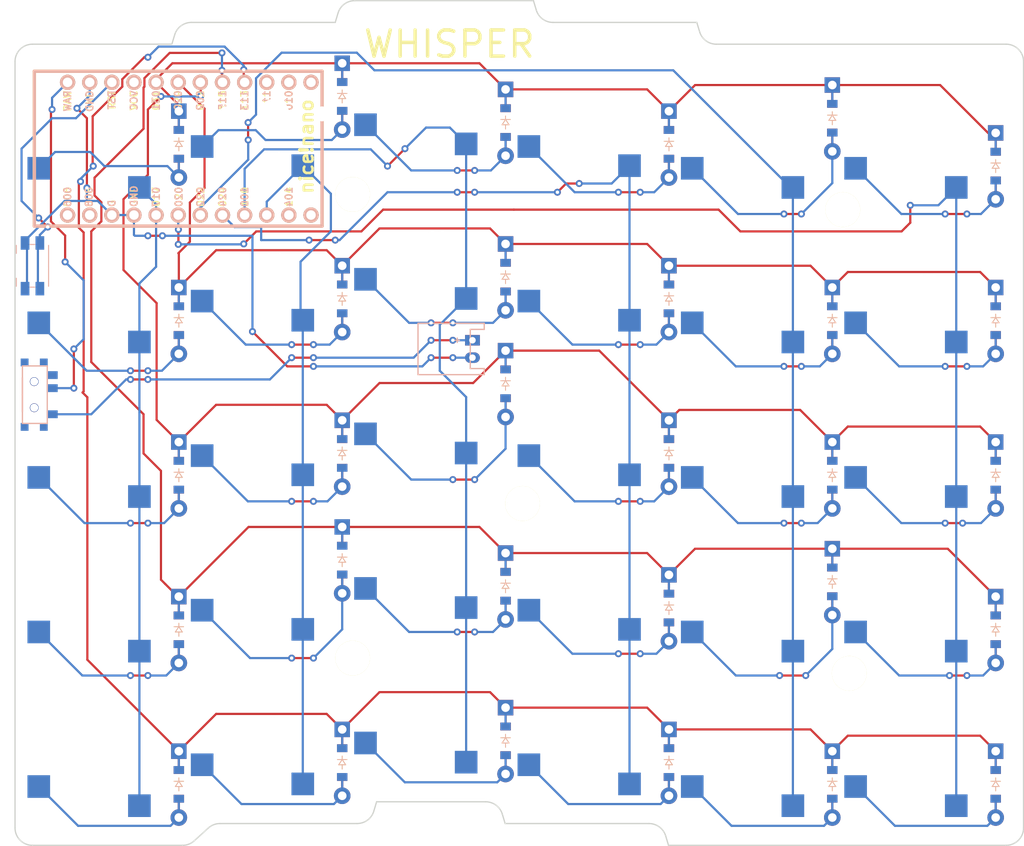
<source format=kicad_pcb>
(kicad_pcb (version 20240108) (generator "pcbnew") (generator_version "8.0")
  (title_block (title "right") (rev "v1.0.0") (company "Unknown"))
  (layers (0 "F.Cu" signal) (31 "B.Cu" signal) (34 "B.Paste" user) (35 "F.Paste" user) (36 "B.SilkS" user "B.Silkscreen") (37 "F.SilkS" user "F.Silkscreen") (38 "B.Mask" user) (39 "F.Mask" user) (44 "Edge.Cuts" user))
  (net 0 "")
  (net 1 "P020")
  (net 2 "mirror_first_mod")
  (net 3 "mirror_first_bottom")
  (net 4 "mirror_first_home")
  (net 5 "mirror_first_top")
  (net 6 "mirror_first_num")
  (net 7 "P022")
  (net 8 "mirror_second_mod")
  (net 9 "mirror_second_bottom")
  (net 10 "mirror_second_home")
  (net 11 "mirror_second_top")
  (net 12 "mirror_second_num")
  (net 13 "P024")
  (net 14 "mirror_third_mod")
  (net 15 "mirror_third_bottom")
  (net 16 "mirror_third_home")
  (net 17 "mirror_third_top")
  (net 18 "mirror_third_num")
  (net 19 "P100")
  (net 20 "mirror_fourth_mod")
  (net 21 "mirror_fourth_bottom")
  (net 22 "mirror_fourth_home")
  (net 23 "mirror_fourth_top")
  (net 24 "mirror_fourth_num")
  (net 25 "P011")
  (net 26 "mirror_fifth_mod")
  (net 27 "mirror_fifth_bottom")
  (net 28 "mirror_fifth_home")
  (net 29 "mirror_fifth_top")
  (net 30 "mirror_fifth_num")
  (net 31 "P017")
  (net 32 "mirror_sixth_mod")
  (net 33 "mirror_sixth_bottom")
  (net 34 "mirror_sixth_home")
  (net 35 "mirror_sixth_top")
  (net 36 "mirror_sixth_num")
  (net 37 "P113")
  (net 38 "P115")
  (net 39 "P002")
  (net 40 "P029")
  (net 41 "P031")
  (net 42 "RAW")
  (net 43 "GND")
  (net 44 "RST")
  (net 45 "VCC")
  (net 46 "P111")
  (net 47 "P010")
  (net 48 "P009")
  (net 49 "P006")
  (net 50 "P008")
  (net 51 "P104")
  (net 52 "P106")
  (net 53 "pos")
  (footprint "E73:SPDT_C128955" (layer "F.Cu") (at 244.95 108.75 90)
    (property "Reference" "T1" (hide yes))
    (property "Value" "" (hide yes))
  )
  (footprint "PG1350" (layer "F.Cu") (at 347.5 150 180)
    (property "Reference" "S1" (hide yes))
    (property "Value" "" (hide yes))
  )
  (footprint "PG1350" (layer "F.Cu") (at 347.5 132.25 180)
    (property "Reference" "S2" (hide yes))
    (property "Value" "" (hide yes))
  )
  (footprint "ComboDiode" (layer "F.Cu") (at 355.3 100.25 -90)
    (property "Reference" "D4" (hide yes))
    (property "Value" "" (hide yes))
  )
  (footprint "PG1350" (layer "F.Cu") (at 310 147.5 180)
    (property "Reference" "S11" (hide yes))
    (property "Value" "" (hide yes))
  )
  (footprint "PG1350" (layer "F.Cu") (at 310 112 180)
    (property "Reference" "S13" (hide yes))
    (property "Value" "" (hide yes))
  )
  (footprint "PG1350" (layer "F.Cu") (at 291.25 109.5 180)
    (property "Reference" "S18" (hide yes))
    (property "Value" "" (hide yes))
  )
  (footprint "PG1350" (layer "F.Cu") (at 272.5 94.25 180)
    (property "Reference" "S24" (hide yes))
    (property "Value" "" (hide yes))
  )
  (footprint "ComboDiode" (layer "F.Cu") (at 355.3 135.75 -90)
    (property "Reference" "D2" (hide yes))
    (property "Value" "" (hide yes))
  )
  (footprint "ComboDiode" (layer "F.Cu") (at 299.05 148.5 -90)
    (property "Reference" "D14" (hide yes))
    (property "Value" "" (hide yes))
  )
  (footprint "PG1350" (layer "F.Cu") (at 253.75 79 180)
    (property "Reference" "S30" (hide yes))
    (property "Value" "" (hide yes))
  )
  (footprint "ComboDiode" (layer "F.Cu") (at 261.55 153.5 -90)
    (property "Reference" "D21" (hide yes))
    (property "Value" "" (hide yes))
  )
  (footprint "PG1350" (layer "F.Cu") (at 272.5 129.75 180)
    (property "Reference" "S22" (hide yes))
    (property "Value" "" (hide yes))
  )
  (footprint "PG1350" (layer "F.Cu") (at 347.5 96.75 180)
    (property "Reference" "S4" (hide yes))
    (property "Value" "" (hide yes))
  )
  (footprint "ComboDiode" (layer "F.Cu") (at 317.8 115.5 -90)
    (property "Reference" "D11" (hide yes))
    (property "Value" "" (hide yes))
  )
  (footprint "PG1350" (layer "F.Cu") (at 291.25 74 180)
    (property "Reference" "S20" (hide yes))
    (property "Value" "" (hide yes))
  )
  (footprint "PG1350" (layer "F.Cu") (at 291.25 145 180)
    (property "Reference" "S16" (hide yes))
    (property "Value" "" (hide yes))
  )
  (footprint "PG1350" (layer "F.Cu") (at 253.75 150 180)
    (property "Reference" "S26" (hide yes))
    (property "Value" "" (hide yes))
  )
  (footprint "ComboDiode" (layer "F.Cu") (at 317.8 133.25 -90)
    (property "Reference" "D10" (hide yes))
    (property "Value" "" (hide yes))
  )
  (footprint "ComboDiode" (layer "F.Cu") (at 280.3 97.75 -90)
    (property "Reference" "D20" (hide yes))
    (property "Value" "" (hide yes))
  )
  (footprint "ComboDiode" (layer "F.Cu") (at 280.3 151 -90)
    (property "Reference" "D18" (hide yes))
    (property "Value" "" (hide yes))
  )
  (footprint "HOLE_M2_TH" (layer "F.Cu") (at 281.5 139)
    (property "Reference" "")
    (property "Value" "")
  )
  (footprint "PG1350" (layer "F.Cu") (at 328.75 96.75 180)
    (property "Reference" "S9" (hide yes))
    (property "Value" "" (hide yes))
  )
  (footprint "HOLE_M2_TH" (layer "F.Cu") (at 281.5 85.75)
    (property "Reference" "")
    (property "Value" "")
  )
  (footprint "PG1350" (layer "F.Cu") (at 328.75 114.5 180)
    (property "Reference" "S8" (hide yes))
    (property "Value" "" (hide yes))
  )
  (footprint "ComboDiode" (layer "F.Cu") (at 261.55 135.75 -90)
    (property "Reference" "D22" (hide yes))
    (property "Value" "" (hide yes))
  )
  (footprint "PG1350" (layer "F.Cu") (at 328.75 132.25 180)
    (property "Reference" "S7" (hide yes))
    (property "Value" "" (hide yes))
  )
  (footprint "ComboDiode" (layer "F.Cu") (at 261.55 80 -90)
    (property "Reference" "D30" (hide yes))
    (property "Value" "" (hide yes))
  )
  (footprint "ComboDiode" (layer "F.Cu") (at 299.05 107.5 -90)
    (property "Reference" "D27" (hide yes))
    (property "Value" "" (hide yes))
  )
  (footprint "ComboDiode" (layer "F.Cu") (at 336.55 153.5 -90)
    (property "Reference" "D6" (hide yes))
    (property "Value" "" (hide yes))
  )
  (footprint "ComboDiode" (layer "F.Cu") (at 355.3 118 -90)
    (property "Reference" "D3" (hide yes))
    (property "Value" "" (hide yes))
  )
  (footprint "ComboDiode" (layer "F.Cu") (at 336.55 77 -90)
    (property "Reference" "D26" (hide yes))
    (property "Value" "" (hide yes))
  )
  (footprint "PG1350" (layer "F.Cu") (at 291.25 91.75 180)
    (property "Reference" "S19" (hide yes))
    (property "Value" "" (hide yes))
  )
  (footprint "PG1350" (layer "F.Cu") (at 310 76.5 180)
    (property "Reference" "S15" (hide yes))
    (property "Value" "" (hide yes))
  )
  (footprint "PG1350" (layer "F.Cu") (at 347.5 114.5 180)
    (property "Reference" "S3" (hide yes))
    (property "Value" "" (hide yes))
  )
  (footprint "ComboDiode" (layer "F.Cu") (at 355.3 82.5 -90)
    (property "Reference" "D5" (hide yes))
    (property "Value" "" (hide yes))
  )
  (footprint "HOLE_M2_TH" (layer "F.Cu") (at 337.75 87.5)
    (property "Reference" "")
    (property "Value" "")
  )
  (footprint "PG1350" (layer "F.Cu") (at 291.25 127.25 180)
    (property "Reference" "S17" (hide yes))
    (property "Value" "" (hide yes))
  )
  (footprint "PG1350" (layer "F.Cu") (at 328.75 150 180)
    (property "Reference" "S6" (hide yes))
    (property "Value" "" (hide yes))
  )
  (footprint "ComboDiode" (layer "F.Cu") (at 336.55 100.25 -90)
    (property "Reference" "D8" (hide yes))
    (property "Value" "" (hide yes))
  )
  (footprint "ComboDiode" (layer "F.Cu") (at 355.3 153.5 -90)
    (property "Reference" "D1" (hide yes))
    (property "Value" "" (hide yes))
  )
  (footprint "HOLE_M2_TH" (layer "F.Cu") (at 338.5 140.75)
    (property "Reference" "")
    (property "Value" "")
  )
  (footprint "ComboDiode" (layer "F.Cu") (at 261.55 118 -90)
    (property "Reference" "D23" (hide yes))
    (property "Value" "" (hide yes))
  )
  (footprint "ComboDiode" (layer "F.Cu") (at 317.8 97.75 -90)
    (property "Reference" "D12" (hide yes))
    (property "Value" "" (hide yes))
  )
  (footprint "ComboDiode" (layer "F.Cu") (at 336.55 130.25 -90)
    (property "Reference" "D25" (hide yes))
    (property "Value" "" (hide yes))
  )
  (footprint "JST_PH_S2B-PH-K_02x2.00mm_Angled" (layer "F.Cu") (at 295.25 103.5 -90)
    (property "Reference" "JST1" (hide yes))
    (property "Value" "" (hide yes))
  )
  (footprint "ComboDiode" (layer "F.Cu") (at 317.8 151 -90)
    (property "Reference" "D9" (hide yes))
    (property "Value" "" (hide yes))
  )
  (footprint "PG1350" (layer "F.Cu") (at 253.75 132.25 180)
    (property "Reference" "S27" (hide yes))
    (property "Value" "" (hide yes))
  )
  (footprint "HOLE_M2_TH" (layer "F.Cu") (at 301 121.25)
    (property "Reference" "")
    (property "Value" "")
  )
  (footprint "ComboDiode" (layer "F.Cu") (at 299.05 77.5 -90)
    (property "Reference" "D17" (hide yes))
    (property "Value" "" (hide yes))
  )
  (footprint "PG1350" (layer "F.Cu") (at 310 94.25 180)
    (property "Reference" "S14" (hide yes))
    (property "Value" "" (hide yes))
  )
  (footprint "PG1350" (layer "F.Cu") (at 253.75 114.5 180)
    (property "Reference" "S28" (hide yes))
    (property "Value" "" (hide yes))
  )
  (footprint "PG1350" (layer "F.Cu") (at 272.5 76.5 180)
    (property "Reference" "S25" (hide yes))
    (property "Value" "" (hide yes))
  )
  (footprint "ComboDiode" (layer "F.Cu") (at 280.3 127.75 -90)
    (property "Reference" "D28" (hide yes))
    (property "Value" "" (hide yes))
  )
  (footprint "PG1350" (layer "F.Cu") (at 328.75 79 180)
    (property "Reference" "S10" (hide yes))
    (property "Value" "" (hide yes))
  )
  (footprint "PG1350" (layer "F.Cu") (at 272.5 112 180)
    (property "Reference" "S23" (hide yes))
    (property "Value" "" (hide yes))
  )
  (footprint "PG1350" (layer "F.Cu") (at 272.5 147.5 180)
    (property "Reference" "S21" (hide yes))
    (property "Value" "" (hide yes))
  )
  (footprint "ComboDiode" (layer "F.Cu") (at 280.3 115.5 -90)
    (property "Reference" "D19" (hide yes))
    (property "Value" "" (hide yes))
  )
  (footprint "ComboDiode" (layer "F.Cu") (at 336.55 118 -90)
    (property "Reference" "D7" (hide yes))
    (property "Value" "" (hide yes))
  )
  (footprint "ComboDiode" (layer "F.Cu") (at 261.55 100.25 -90)
    (property "Reference" "D24" (hide yes))
    (property "Value" "" (hide yes))
  )
  (footprint "ComboDiode" (layer "F.Cu") (at 299.05 95.25 -90)
    (property "Reference" "D16" (hide yes))
    (property "Value" "" (hide yes))
  )
  (footprint "ComboDiode" (layer "F.Cu") (at 280.3 74.5 -90)
    (property "Reference" "D29" (hide yes))
    (property "Value" "" (hide yes))
  )
  (footprint "PG1350" (layer "F.Cu") (at 253.75 96.75 180)
    (property "Reference" "S29" (hide yes))
    (property "Value" "" (hide yes))
  )
  (footprint "PG1350" (layer "F.Cu") (at 347.5 79 180)
    (property "Reference" "S5" (hide yes))
    (property "Value" "" (hide yes))
  )
  (footprint "ComboDiode" (layer "F.Cu") (at 299.05 130.75 -90)
    (property "Reference" "D15" (hide yes))
    (property "Value" "" (hide yes))
  )
  (footprint "ComboDiode" (layer "F.Cu") (at 317.8 80 -90)
    (property "Reference" "D13" (hide yes))
    (property "Value" "" (hide yes))
  )
  (footprint "nice_nano" (layer "F.Cu") (at 262.75 80.5)
    (property "Reference" "MCU1" (hide yes))
    (property "Value" "nice_nano" (hide yes))
  )
  (footprint "Panasonic_EVQPUL_EVQPUC" (layer "F.Cu") (at 244.75 93.95 90)
    (property "Reference" "B1" (hide yes))
    (property "Value" "Panasonic_EVQPUL_EVQPUC" (hide yes))
  )
  (footprint "PG1350" (layer "F.Cu") (at 310 129.75 180)
    (property "Reference" "S12" (hide yes))
    (property "Value" "" (hide yes))
  )
  (gr_line (start 283.927591 156.574696) (end 284.25 155.5) (stroke (width 0.15)) (layer "Edge.Cuts"))
  (gr_arc (start 296.761939 155.5) (mid 297.9558 155.895414) (end 298.677591 156.925304) (stroke (width 0.15)) (layer "Edge.Cuts"))
  (gr_arc (start 279.822408 64.925304) (mid 280.5442 63.895414) (end 281.738061 63.5) (stroke (width 0.15)) (layer "Edge.Cuts"))
  (gr_line (start 299 158) (end 315.511939 158) (stroke (width 0.15)) (layer "Edge.Cuts"))
  (gr_arc (start 264.927868 158.52012) (mid 265.55202 158.134556) (end 266.273214 158) (stroke (width 0.15)) (layer "Edge.Cuts"))
  (gr_line (start 317.75 160.5) (end 356.5 160.5) (stroke (width 0.15)) (layer "Edge.Cuts"))
  (gr_arc (start 356.5 68.5) (mid 357.914214 69.085786) (end 358.5 70.5) (stroke (width 0.15)) (layer "Edge.Cuts"))
  (gr_arc (start 242.75 70.5) (mid 243.335786 69.085786) (end 244.75 68.5) (stroke (width 0.15)) (layer "Edge.Cuts"))
  (gr_line (start 284.25 155.5) (end 296.761939 155.5) (stroke (width 0.15)) (layer "Edge.Cuts"))
  (gr_line (start 266.273214 158) (end 282.011939 158) (stroke (width 0.15)) (layer "Edge.Cuts"))
  (gr_line (start 260.7499 68.5) (end 244.75 68.5) (stroke (width 0.15)) (layer "Edge.Cuts"))
  (gr_line (start 263.322132 159.97988) (end 264.927868 158.52012) (stroke (width 0.15)) (layer "Edge.Cuts"))
  (gr_arc (start 315.511939 158) (mid 316.7058 158.395414) (end 317.427591 159.425304) (stroke (width 0.15)) (layer "Edge.Cuts"))
  (gr_line (start 244.75 160.5) (end 261.976786 160.5) (stroke (width 0.15)) (layer "Edge.Cuts"))
  (gr_line (start 261.072373 67.425234) (end 260.7499 68.5) (stroke (width 0.15)) (layer "Edge.Cuts"))
  (gr_line (start 321.322409 67.074696) (end 321 66) (stroke (width 0.15)) (layer "Edge.Cuts"))
  (gr_arc (start 304.488061 66) (mid 303.2942 65.604586) (end 302.572409 64.574696) (stroke (width 0.15)) (layer "Edge.Cuts"))
  (gr_line (start 298.677591 156.925304) (end 299 158) (stroke (width 0.15)) (layer "Edge.Cuts"))
  (gr_line (start 302.572409 64.574696) (end 302.25 63.5) (stroke (width 0.15)) (layer "Edge.Cuts"))
  (gr_line (start 279.5 66) (end 262.988004 66) (stroke (width 0.15)) (layer "Edge.Cuts"))
  (gr_line (start 279.822409 64.925304) (end 279.5 66) (stroke (width 0.15)) (layer "Edge.Cuts"))
  (gr_line (start 317.427591 159.425304) (end 317.75 160.5) (stroke (width 0.15)) (layer "Edge.Cuts"))
  (gr_arc (start 244.75 160.5) (mid 243.335786 159.914214) (end 242.75 158.5) (stroke (width 0.15)) (layer "Edge.Cuts"))
  (gr_line (start 242.75 70.5) (end 242.75 158.5) (stroke (width 0.15)) (layer "Edge.Cuts"))
  (gr_line (start 356.5 68.5) (end 323.238061 68.5) (stroke (width 0.15)) (layer "Edge.Cuts"))
  (gr_arc (start 263.322132 159.97988) (mid 262.69798 160.365444) (end 261.976786 160.5) (stroke (width 0.15)) (layer "Edge.Cuts"))
  (gr_line (start 302.25 63.5) (end 281.738061 63.5) (stroke (width 0.15)) (layer "Edge.Cuts"))
  (gr_arc (start 323.238061 68.5) (mid 322.0442 68.104586) (end 321.322409 67.074696) (stroke (width 0.15)) (layer "Edge.Cuts"))
  (gr_arc (start 283.927592 156.574696) (mid 283.2058 157.604586) (end 282.011939 158) (stroke (width 0.15)) (layer "Edge.Cuts"))
  (gr_arc (start 358.5 158.5) (mid 357.914214 159.914214) (end 356.5 160.5) (stroke (width 0.15)) (layer "Edge.Cuts"))
  (gr_line (start 321 66) (end 304.488061 66) (stroke (width 0.15)) (layer "Edge.Cuts"))
  (gr_line (start 358.5 158.5) (end 358.5 70.5) (stroke (width 0.15)) (layer "Edge.Cuts"))
  (gr_arc (start 261.072373 67.425234) (mid 261.794173 66.395393) (end 262.988004 66) (stroke (width 0.15)) (layer "Edge.Cuts"))
  (gr_text "WHISPER" (at 282.55 68.5 0) (layer "F.SilkS") (effects (font (size 3 3) (thickness 0.4)) (justify left)))
  (segment (start 270.4355 90) (end 282.5 90) (width 0.25) (layer "F.Cu") (net 1))
  (segment (start 285 87.5) (end 300 87.5) (width 0.25) (layer "F.Cu") (net 1))
  (segment (start 261.5 89.775) (end 261.5 91.474694) (width 0.25) (layer "F.Cu") (net 1))
  (segment (start 282.5 90) (end 285 87.5) (width 0.25) (layer "F.Cu") (net 1))
  (segment (start 323.5 87.5) (end 326 90) (width 0.25) (layer "F.Cu") (net 1))
  (segment (start 345.5 89) (end 345.5 87) (width 0.25) (layer "F.Cu") (net 1))
  (segment (start 269 91.4355) (end 270.4355 90) (width 0.25) (layer "F.Cu") (net 1))
  (segment (start 326 90) (end 344.5 90) (width 0.25) (layer "F.Cu") (net 1))
  (segment (start 300 87.5) (end 323.5 87.5) (width 0.25) (layer "F.Cu") (net 1))
  (segment (start 345 89.5) (end 345.5 89) (width 0.25) (layer "F.Cu") (net 1))
  (segment (start 344.5 90) (end 345 89.5) (width 0.25) (layer "F.Cu") (net 1))
  (segment (start 261.5 91.474694) (end 261.487347 91.487347) (width 0.25) (layer "F.Cu") (net 1))
  (via (at 269 91.4355) (size 0.8) (drill 0.4) (layers "F.Cu" "B.Cu") (net 1))
  (via (at 345.5 87) (size 0.8) (drill 0.4) (layers "F.Cu" "B.Cu") (net 1))
  (via (at 261.5 89.775) (size 0.8) (drill 0.4) (layers "F.Cu" "B.Cu") (net 1))
  (via (at 261.487347 91.487347) (size 0.8) (drill 0.4) (layers "F.Cu" "B.Cu") (net 1))
  (segment (start 261.487347 91.487347) (end 268.948153 91.487347) (width 0.25) (layer "B.Cu") (net 1))
  (segment (start 350.775 102.7) (end 350.775 84.95) (width 0.25) (layer "B.Cu") (net 1))
  (segment (start 261.48 88.12) (end 261.48 89.755) (width 0.25) (layer "B.Cu") (net 1))
  (segment (start 350.775 138.2) (end 350.775 120.45) (width 0.25) (layer "B.Cu") (net 1))
  (segment (start 350.775 120.45) (end 350.775 102.7) (width 0.25) (layer "B.Cu") (net 1))
  (segment (start 350.775 155.95) (end 350.775 138.2) (width 0.25) (layer "B.Cu") (net 1))
  (segment (start 268.948153 91.487347) (end 269 91.4355) (width 0.25) (layer "B.Cu") (net 1))
  (segment (start 348.725 87) (end 350.775 84.95) (width 0.25) (layer "B.Cu") (net 1))
  (segment (start 345.5 87) (end 348.725 87) (width 0.25) (layer "B.Cu") (net 1))
  (segment (start 261.48 89.755) (end 261.5 89.775) (width 0.25) (layer "B.Cu") (net 1))
  (segment (start 355.3 155.15) (end 355.3 157.31) (width 0.25) (layer "F.Cu") (net 2))
  (segment (start 354.3475 158.2625) (end 355.3 157.31) (width 0.25) (layer "B.Cu") (net 2))
  (segment (start 355.3 155.15) (end 355.3 157.31) (width 0.25) (layer "B.Cu") (net 2))
  (segment (start 343.7375 158.2625) (end 354.3475 158.2625) (width 0.25) (layer "B.Cu") (net 2))
  (segment (start 339.225 153.75) (end 343.7375 158.2625) (width 0.25) (layer "B.Cu") (net 2))
  (segment (start 355.3 137.4) (end 355.3 139.56) (width 0.25) (layer "F.Cu") (net 3))
  (segment (start 350 141) (end 352 141) (width 0.25) (layer "F.Cu") (net 3))
  (via (at 350 141) (size 0.8) (drill 0.4) (layers "F.Cu" "B.Cu") (net 3))
  (via (at 352 141) (size 0.8) (drill 0.4) (layers "F.Cu" "B.Cu") (net 3))
  (segment (start 339.225 136) (end 344.225 141) (width 0.25) (layer "B.Cu") (net 3))
  (segment (start 353.86 141) (end 355.3 139.56) (width 0.25) (layer "B.Cu") (net 3))
  (segment (start 355.3 137.4) (end 355.3 139.56) (width 0.25) (layer "B.Cu") (net 3))
  (segment (start 352 141) (end 353.86 141) (width 0.25) (layer "B.Cu") (net 3))
  (segment (start 344.225 141) (end 350 141) (width 0.25) (layer "B.Cu") (net 3))
  (segment (start 349.5 123.5) (end 351.5 123.5) (width 0.25) (layer "F.Cu") (net 4))
  (segment (start 355.3 119.65) (end 355.3 121.81) (width 0.25) (layer "F.Cu") (net 4))
  (via (at 351.5 123.5) (size 0.8) (drill 0.4) (layers "F.Cu" "B.Cu") (net 4))
  (via (at 349.5 123.5) (size 0.8) (drill 0.4) (layers "F.Cu" "B.Cu") (net 4))
  (segment (start 344.475 123.5) (end 349.5 123.5) (width 0.25) (layer "B.Cu") (net 4))
  (segment (start 339.225 118.25) (end 344.475 123.5) (width 0.25) (layer "B.Cu") (net 4))
  (segment (start 355.3 119.65) (end 355.3 121.81) (width 0.25) (layer "B.Cu") (net 4))
  (segment (start 353.61 123.5) (end 355.3 121.81) (width 0.25) (layer "B.Cu") (net 4))
  (segment (start 351.5 123.5) (end 353.61 123.5) (width 0.25) (layer "B.Cu") (net 4))
  (segment (start 355.3 101.9) (end 355.3 104.06) (width 0.25) (layer "F.Cu") (net 5))
  (segment (start 349.5 105.5) (end 352 105.5) (width 0.25) (layer "F.Cu") (net 5))
  (via (at 352 105.5) (size 0.8) (drill 0.4) (layers "F.Cu" "B.Cu") (net 5))
  (via (at 349.5 105.5) (size 0.8) (drill 0.4) (layers "F.Cu" "B.Cu") (net 5))
  (segment (start 353.86 105.5) (end 355.3 104.06) (width 0.25) (layer "B.Cu") (net 5))
  (segment (start 339.225 100.5) (end 344.225 105.5) (width 0.25) (layer "B.Cu") (net 5))
  (segment (start 352 105.5) (end 353.86 105.5) (width 0.25) (layer "B.Cu") (net 5))
  (segment (start 355.3 101.9) (end 355.3 104.06) (width 0.25) (layer "B.Cu") (net 5))
  (segment (start 344.225 105.5) (end 349.5 105.5) (width 0.25) (layer "B.Cu") (net 5))
  (segment (start 355.3 84.15) (end 355.3 86.31) (width 0.25) (layer "F.Cu") (net 6))
  (segment (start 349.5 88) (end 352 88) (width 0.25) (layer "F.Cu") (net 6))
  (via (at 349.5 88) (size 0.8) (drill 0.4) (layers "F.Cu" "B.Cu") (net 6))
  (via (at 352 88) (size 0.8) (drill 0.4) (layers "F.Cu" "B.Cu") (net 6))
  (segment (start 352 88) (end 353.61 88) (width 0.25) (layer "B.Cu") (net 6))
  (segment (start 339.225 82.75) (end 344.475 88) (width 0.25) (layer "B.Cu") (net 6))
  (segment (start 355.3 84.15) (end 355.3 86.31) (width 0.25) (layer "B.Cu") (net 6))
  (segment (start 344.475 88) (end 349.5 88) (width 0.25) (layer "B.Cu") (net 6))
  (segment (start 353.61 88) (end 355.3 86.31) (width 0.25) (layer "B.Cu") (net 6))
  (segment (start 269.5 77.5) (end 269.5 79.481975) (width 0.25) (layer "F.Cu") (net 7))
  (segment (start 269.5 79.481975) (end 269.513109 79.495084) (width 0.25) (layer "F.Cu") (net 7))
  (via (at 269.513109 79.495084) (size 0.8) (drill 0.4) (layers "F.Cu" "B.Cu") (net 7))
  (via (at 269.5 77.5) (size 0.8) (drill 0.4) (layers "F.Cu" "B.Cu") (net 7))
  (segment (start 331.745001 84.95) (end 318.295001 71.5) (width 0.25) (layer "B.Cu") (net 7))
  (segment (start 332.025 84.95) (end 331.745001 84.95) (width 0.25) (layer "B.Cu") (net 7))
  (segment (start 269.513109 81.760934) (end 264.02 87.254043) (width 0.25) (layer "B.Cu") (net 7))
  (segment (start 269.513109 79.495084) (end 269.513109 81.760934) (width 0.25) (layer "B.Cu") (net 7))
  (segment (start 332.025 155.95) (end 332.025 138.2) (width 0.25) (layer "B.Cu") (net 7))
  (segment (start 281.976 69.476) (end 273.345105 69.476) (width 0.25) (layer "B.Cu") (net 7))
  (segment (start 284 71.5) (end 281.976 69.476) (width 0.25) (layer "B.Cu") (net 7))
  (segment (start 273.345105 69.476) (end 270.4105 72.410605) (width 0.25) (layer "B.Cu") (net 7))
  (segment (start 270.4105 72.410605) (end 270.4105 76.5895) (width 0.25) (layer "B.Cu") (net 7))
  (segment (start 270.4105 76.5895) (end 269.5 77.5) (width 0.25) (layer "B.Cu") (net 7))
  (segment (start 332.025 120.45) (end 332.025 102.7) (width 0.25) (layer "B.Cu") (net 7))
  (segment (start 318.295001 71.5) (end 284 71.5) (width 0.25) (layer "B.Cu") (net 7))
  (segment (start 332.025 102.7) (end 332.025 84.95) (width 0.25) (layer "B.Cu") (net 7))
  (segment (start 264.02 87.254043) (end 264.02 88.12) (width 0.25) (layer "B.Cu") (net 7))
  (segment (start 332.025 138.2) (end 332.025 120.45) (width 0.25) (layer "B.Cu") (net 7))
  (segment (start 336.55 155.15) (end 336.55 157.31) (width 0.25) (layer "F.Cu") (net 8))
  (segment (start 320.475 153.75) (end 324.9875 158.2625) (width 0.25) (layer "B.Cu") (net 8))
  (segment (start 336.55 157.31) (end 336.55 155.15) (width 0.25) (layer "B.Cu") (net 8))
  (segment (start 324.9875 158.2625) (end 335.5975 158.2625) (width 0.25) (layer "B.Cu") (net 8))
  (segment (start 335.5975 158.2625) (end 336.55 157.31) (width 0.25) (layer "B.Cu") (net 8))
  (segment (start 330.5 141) (end 333.5 141) (width 0.25) (layer "F.Cu") (net 9))
  (segment (start 336.55 134.06) (end 336.55 131.9) (width 0.25) (layer "F.Cu") (net 9))
  (via (at 330.5 141) (size 0.8) (drill 0.4) (layers "F.Cu" "B.Cu") (net 9))
  (via (at 333.5 141) (size 0.8) (drill 0.4) (layers "F.Cu" "B.Cu") (net 9))
  (segment (start 336.55 137.95) (end 336.55 134.06) (width 0.25) (layer "B.Cu") (net 9))
  (segment (start 325.475 141) (end 330 141) (width 0.25) (layer "B.Cu") (net 9))
  (segment (start 333.5 141) (end 336.55 137.95) (width 0.25) (layer "B.Cu") (net 9))
  (segment (start 330 141) (end 330.5 141) (width 0.25) (layer "B.Cu") (net 9))
  (segment (start 320.475 136) (end 325.475 141) (width 0.25) (layer "B.Cu") (net 9))
  (segment (start 336.55 131.9) (end 336.55 134.06) (width 0.25) (layer "B.Cu") (net 9))
  (segment (start 336.55 121.81) (end 336.55 119.65) (width 0.25) (layer "F.Cu") (net 10))
  (segment (start 331 123.5) (end 333 123.5) (width 0.25) (layer "F.Cu") (net 10))
  (via (at 333 123.5) (size 0.8) (drill 0.4) (layers "F.Cu" "B.Cu") (net 10))
  (via (at 331 123.5) (size 0.8) (drill 0.4) (layers "F.Cu" "B.Cu") (net 10))
  (segment (start 334.86 123.5) (end 336.55 121.81) (width 0.25) (layer "B.Cu") (net 10))
  (segment (start 320.475 118.25) (end 325.725 123.5) (width 0.25) (layer "B.Cu") (net 10))
  (segment (start 325.725 123.5) (end 331 123.5) (width 0.25) (layer "B.Cu") (net 10))
  (segment (start 336.55 119.65) (end 336.55 121.81) (width 0.25) (layer "B.Cu") (net 10))
  (segment (start 333 123.5) (end 334.86 123.5) (width 0.25) (layer "B.Cu") (net 10))
  (segment (start 336.55 104.06) (end 336.55 101.9) (width 0.25) (layer "F.Cu") (net 11))
  (segment (start 331 105.5) (end 333 105.5) (width 0.25) (layer "F.Cu") (net 11))
  (via (at 333 105.5) (size 0.8) (drill 0.4) (layers "F.Cu" "B.Cu") (net 11))
  (via (at 331 105.5) (size 0.8) (drill 0.4) (layers "F.Cu" "B.Cu") (net 11))
  (segment (start 336.55 101.9) (end 336.55 104.06) (width 0.25) (layer "B.Cu") (net 11))
  (segment (start 320.475 100.5) (end 325.475 105.5) (width 0.25) (layer "B.Cu") (net 11))
  (segment (start 335.11 105.5) (end 336.55 104.06) (width 0.25) (layer "B.Cu") (net 11))
  (segment (start 333 105.5) (end 335.11 105.5) (width 0.25) (layer "B.Cu") (net 11))
  (segment (start 325.475 105.5) (end 331 105.5) (width 0.25) (layer "B.Cu") (net 11))
  (segment (start 336.55 80.81) (end 336.55 78.65) (width 0.25) (layer "F.Cu") (net 12))
  (segment (start 331 88) (end 333 88) (width 0.25) (layer "F.Cu") (net 12))
  (via (at 333 88) (size 0.8) (drill 0.4) (layers "F.Cu" "B.Cu") (net 12))
  (via (at 331 88) (size 0.8) (drill 0.4) (layers "F.Cu" "B.Cu") (net 12))
  (segment (start 336.55 78.65) (end 336.55 80.81) (width 0.25) (layer "B.Cu") (net 12))
  (segment (start 325.725 88) (end 331 88) (width 0.25) (layer "B.Cu") (net 12))
  (segment (start 333 88) (end 336.55 84.45) (width 0.25) (layer "B.Cu") (net 12))
  (segment (start 320.475 82.75) (end 325.725 88) (width 0.25) (layer "B.Cu") (net 12))
  (segment (start 336.55 84.45) (end 336.55 80.81) (width 0.25) (layer "B.Cu") (net 12))
  (segment (start 307.5 84.5) (end 306 84.5) (width 0.25) (layer "F.Cu") (net 13))
  (segment (start 306 84.5) (end 305 85.5) (width 0.25) (layer "F.Cu") (net 13))
  (segment (start 279.5 91) (end 276.5 91) (width 0.25) (layer "F.Cu") (net 13))
  (segment (start 295.5 85.5) (end 293.5 85.5) (width 0.25) (layer "F.Cu") (net 13))
  (via (at 276.5 91) (size 0.8) (drill 0.4) (layers "F.Cu" "B.Cu") (net 13))
  (via (at 295.5 85.5) (size 0.8) (drill 0.4) (layers "F.Cu" "B.Cu") (net 13))
  (via (at 307.5 84.5) (size 0.8) (drill 0.4) (layers "F.Cu" "B.Cu") (net 13))
  (via (at 293.5 85.5) (size 0.8) (drill 0.4) (layers "F.Cu" "B.Cu") (net 13))
  (via (at 279.5 91) (size 0.8) (drill 0.4) (layers "F.Cu" "B.Cu") (net 13))
  (via (at 305 85.5) (size 0.8) (drill 0.4) (layers "F.Cu" "B.Cu") (net 13))
  (segment (start 293.5 85.5) (end 285.5 85.5) (width 0.25) (layer "B.Cu") (net 13))
  (segment (start 276.5 91) (end 271 91) (width 0.25) (layer "B.Cu") (net 13))
  (segment (start 313.275 135.7) (end 313.275 117.95) (width 0.25) (layer "B.Cu") (net 13))
  (segment (start 271 89.5) (end 267.94 89.5) (width 0.25) (layer "B.Cu") (net 13))
  (segment (start 313.275 117.95) (end 313.275 100.2) (width 0.25) (layer "B.Cu") (net 13))
  (segment (start 305 85.5) (end 295.5 85.5) (width 0.25) (layer "B.Cu") (net 13))
  (segment (start 313.275 100.2) (end 313.275 82.45) (width 0.25) (layer "B.Cu") (net 13))
  (segment (start 285.5 85.5) (end 280 91) (width 0.25) (layer "B.Cu") (net 13))
  (segment (start 271 91) (end 271 89.5) (width 0.25) (layer "B.Cu") (net 13))
  (segment (start 311.225 84.5) (end 307.5 84.5) (width 0.25) (layer "B.Cu") (net 13))
  (segment (start 313.275 82.45) (end 311.225 84.5) (width 0.25) (layer "B.Cu") (net 13))
  (segment (start 267.94 89.5) (end 266.56 88.12) (width 0.25) (layer "B.Cu") (net 13))
  (segment (start 313.275 153.45) (end 313.275 135.7) (width 0.25) (layer "B.Cu") (net 13))
  (segment (start 280 91) (end 279.5 91) (width 0.25) (layer "B.Cu") (net 13))
  (segment (start 317.8 152.65) (end 317.8 154.81) (width 0.25) (layer "F.Cu") (net 14))
  (segment (start 306.2375 155.7625) (end 316.8475 155.7625) (width 0.25) (layer "B.Cu") (net 14))
  (segment (start 317.8 152.65) (end 317.8 154.81) (width 0.25) (layer "B.Cu") (net 14))
  (segment (start 316.8475 155.7625) (end 317.8 154.81) (width 0.25) (layer "B.Cu") (net 14))
  (segment (start 301.725 151.25) (end 306.2375 155.7625) (width 0.25) (layer "B.Cu") (net 14))
  (segment (start 312 138.5) (end 314.5 138.5) (width 0.25) (layer "F.Cu") (net 15))
  (segment (start 317.8 134.9) (end 317.8 137.06) (width 0.25) (layer "F.Cu") (net 15))
  (via (at 312 138.5) (size 0.8) (drill 0.4) (layers "F.Cu" "B.Cu") (net 15))
  (via (at 314.5 138.5) (size 0.8) (drill 0.4) (layers "F.Cu" "B.Cu") (net 15))
  (segment (start 301.725 133.5) (end 306.725 138.5) (width 0.25) (layer "B.Cu") (net 15))
  (segment (start 316.36 138.5) (end 317.8 137.06) (width 0.25) (layer "B.Cu") (net 15))
  (segment (start 306.725 138.5) (end 312 138.5) (width 0.25) (layer "B.Cu") (net 15))
  (segment (start 317.8 134.9) (end 317.8 137.06) (width 0.25) (layer "B.Cu") (net 15))
  (segment (start 314.5 138.5) (end 316.36 138.5) (width 0.25) (layer "B.Cu") (net 15))
  (segment (start 312 121) (end 314.5 121) (width 0.25) (layer "F.Cu") (net 16))
  (segment (start 317.8 117.15) (end 317.8 119.31) (width 0.25) (layer "F.Cu") (net 16))
  (via (at 312 121) (size 0.8) (drill 0.4) (layers "F.Cu" "B.Cu") (net 16))
  (via (at 314.5 121) (size 0.8) (drill 0.4) (layers "F.Cu" "B.Cu") (net 16))
  (segment (start 314.5 121) (end 316.11 121) (width 0.25) (layer "B.Cu") (net 16))
  (segment (start 317.8 117.15) (end 317.8 119.31) (width 0.25) (layer "B.Cu") (net 16))
  (segment (start 316.11 121) (end 317.8 119.31) (width 0.25) (layer "B.Cu") (net 16))
  (segment (start 306.975 121) (end 312 121) (width 0.25) (layer "B.Cu") (net 16))
  (segment (start 301.725 115.75) (end 306.975 121) (width 0.25) (layer "B.Cu") (net 16))
  (segment (start 317.8 99.4) (end 317.8 101.56) (width 0.25) (layer "F.Cu") (net 17))
  (segment (start 312 103) (end 314.5 103) (width 0.25) (layer "F.Cu") (net 17))
  (via (at 314.5 103) (size 0.8) (drill 0.4) (layers "F.Cu" "B.Cu") (net 17))
  (via (at 312 103) (size 0.8) (drill 0.4) (layers "F.Cu" "B.Cu") (net 17))
  (segment (start 306.725 103) (end 312 103) (width 0.25) (layer "B.Cu") (net 17))
  (segment (start 314.5 103) (end 316.36 103) (width 0.25) (layer "B.Cu") (net 17))
  (segment (start 317.8 99.4) (end 317.8 101.56) (width 0.25) (layer "B.Cu") (net 17))
  (segment (start 301.725 98) (end 306.725 103) (width 0.25) (layer "B.Cu") (net 17))
  (segment (start 316.36 103) (end 317.8 101.56) (width 0.25) (layer "B.Cu") (net 17))
  (segment (start 317.8 81.65) (end 317.8 83.81) (width 0.25) (layer "F.Cu") (net 18))
  (segment (start 312 85.5) (end 314.5 85.5) (width 0.25) (layer "F.Cu") (net 18))
  (via (at 312 85.5) (size 0.8) (drill 0.4) (layers "F.Cu" "B.Cu") (net 18))
  (via (at 314.5 85.5) (size 0.8) (drill 0.4) (layers "F.Cu" "B.Cu") (net 18))
  (segment (start 316.11 85.5) (end 317.8 83.81) (width 0.25) (layer "B.Cu") (net 18))
  (segment (start 301.725 80.25) (end 306.975 85.5) (width 0.25) (layer "B.Cu") (net 18))
  (segment (start 314.5 85.5) (end 316.11 85.5) (width 0.25) (layer "B.Cu") (net 18))
  (segment (start 306.975 85.5) (end 312 85.5) (width 0.25) (layer "B.Cu") (net 18))
  (segment (start 317.8 81.65) (end 317.8 83.81) (width 0.25) (layer "B.Cu") (net 18))
  (segment (start 287.5 80.5) (end 285.5 82.5) (width 0.25) (layer "F.Cu") (net 19))
  (via (at 285.5 82.5) (size 0.8) (drill 0.4) (layers "F.Cu" "B.Cu") (net 19))
  (via (at 287.5 80.5) (size 0.8) (drill 0.4) (layers "F.Cu" "B.Cu") (net 19))
  (segment (start 292.65 78.075) (end 289.925 78.075) (width 0.25) (layer "B.Cu") (net 19))
  (segment (start 283.575 80.575) (end 271.335439 80.575) (width 0.25) (layer "B.Cu") (net 19))
  (segment (start 294.525 133.2) (end 294.525 115.45) (width 0.25) (layer "B.Cu") (net 19))
  (segment (start 294.525 109.025) (end 291.5 106) (width 0.25) (layer "B.Cu") (net 19))
  (segment (start 294.525 97.7) (end 294.525 79.95) (width 0.25) (layer "B.Cu") (net 19))
  (segment (start 291.5 106) (end 291.5 100.725) (width 0.25) (layer "B.Cu") (net 19))
  (segment (start 294.525 115.45) (end 294.525 109.025) (width 0.25) (layer "B.Cu") (net 19))
  (segment (start 291.5 100.725) (end 294.525 97.7) (width 0.25) (layer "B.Cu") (net 19))
  (segment (start 269.1 82.810439) (end 269.1 88.12) (width 0.25) (layer "B.Cu") (net 19))
  (segment (start 289.925 78.075) (end 287.5 80.5) (width 0.25) (layer "B.Cu") (net 19))
  (segment (start 271.335439 80.575) (end 269.1 82.810439) (width 0.25) (layer "B.Cu") (net 19))
  (segment (start 294.525 150.95) (end 294.525 133.2) (width 0.25) (layer "B.Cu") (net 19))
  (segment (start 294.525 79.95) (end 292.65 78.075) (width 0.25) (layer "B.Cu") (net 19))
  (segment (start 285.5 82.5) (end 283.575 80.575) (width 0.25) (layer "B.Cu") (net 19))
  (segment (start 299.05 150.15) (end 299.05 152.31) (width 0.25) (layer "F.Cu") (net 20))
  (segment (start 298.0975 153.2625) (end 299.05 152.31) (width 0.25) (layer "B.Cu") (net 20))
  (segment (start 282.975 148.75) (end 287.4875 153.2625) (width 0.25) (layer "B.Cu") (net 20))
  (segment (start 299.05 152.31) (end 299.05 150.15) (width 0.25) (layer "B.Cu") (net 20))
  (segment (start 287.4875 153.2625) (end 298.0975 153.2625) (width 0.25) (layer "B.Cu") (net 20))
  (segment (start 293.5 136) (end 295.5 136) (width 0.25) (layer "F.Cu") (net 21))
  (segment (start 299.05 132.4) (end 299.05 134.56) (width 0.25) (layer "F.Cu") (net 21))
  (via (at 295.5 136) (size 0.8) (drill 0.4) (layers "F.Cu" "B.Cu") (net 21))
  (via (at 293.5 136) (size 0.8) (drill 0.4) (layers "F.Cu" "B.Cu") (net 21))
  (segment (start 287.975 136) (end 293.5 136) (width 0.25) (layer "B.Cu") (net 21))
  (segment (start 299.05 132.4) (end 299.05 134.56) (width 0.25) (layer "B.Cu") (net 21))
  (segment (start 297.61 136) (end 299.05 134.56) (width 0.25) (layer "B.Cu") (net 21))
  (segment (start 282.975 131) (end 287.975 136) (width 0.25) (layer "B.Cu") (net 21))
  (segment (start 295.5 136) (end 297.61 136) (width 0.25) (layer "B.Cu") (net 21))
  (segment (start 299.05 109.15) (end 299.05 111.31) (width 0.25) (layer "F.Cu") (net 22))
  (segment (start 293 118.5) (end 295.5 118.5) (width 0.25) (layer "F.Cu") (net 22))
  (via (at 295.5 118.5) (size 0.8) (drill 0.4) (layers "F.Cu" "B.Cu") (net 22))
  (via (at 293 118.5) (size 0.8) (drill 0.4) (layers "F.Cu" "B.Cu") (net 22))
  (segment (start 299.05 114.95) (end 299.05 111.31) (width 0.25) (layer "B.Cu") (net 22))
  (segment (start 295.5 118.5) (end 299.05 114.95) (width 0.25) (layer "B.Cu") (net 22))
  (segment (start 299.05 109.15) (end 299.05 111.31) (width 0.25) (layer "B.Cu") (net 22))
  (segment (start 282.975 113.25) (end 288.225 118.5) (width 0.25) (layer "B.Cu") (net 22))
  (segment (start 288.225 118.5) (end 293 118.5) (width 0.25) (layer "B.Cu") (net 22))
  (segment (start 299.05 99.06) (end 299.05 96.9) (width 0.25) (layer "F.Cu") (net 23))
  (segment (start 290.5 100.5) (end 293 100.5) (width 0.25) (layer "F.Cu") (net 23))
  (via (at 290.5 100.5) (size 0.8) (drill 0.4) (layers "F.Cu" "B.Cu") (net 23))
  (via (at 293 100.5) (size 0.8) (drill 0.4) (layers "F.Cu" "B.Cu") (net 23))
  (segment (start 293 100.5) (end 297.61 100.5) (width 0.25) (layer "B.Cu") (net 23))
  (segment (start 299.05 96.9) (end 299.05 99.06) (width 0.25) (layer "B.Cu") (net 23))
  (segment (start 297.61 100.5) (end 299.05 99.06) (width 0.25) (layer "B.Cu") (net 23))
  (segment (start 282.975 95.5) (end 287.975 100.5) (width 0.25) (layer "B.Cu") (net 23))
  (segment (start 287.975 100.5) (end 290.5 100.5) (width 0.25) (layer "B.Cu") (net 23))
  (segment (start 293.5 83) (end 295.5 83) (width 0.25) (layer "F.Cu") (net 24))
  (segment (start 299.05 81.31) (end 299.05 79.15) (width 0.25) (layer "F.Cu") (net 24))
  (via (at 295.5 83) (size 0.8) (drill 0.4) (layers "F.Cu" "B.Cu") (net 24))
  (via (at 293.5 83) (size 0.8) (drill 0.4) (layers "F.Cu" "B.Cu") (net 24))
  (segment (start 297.36 83) (end 299.05 81.31) (width 0.25) (layer "B.Cu") (net 24))
  (segment (start 295.5 83) (end 297.36 83) (width 0.25) (layer "B.Cu") (net 24))
  (segment (start 288.225 83) (end 293.5 83) (width 0.25) (layer "B.Cu") (net 24))
  (segment (start 282.975 77.75) (end 288.225 83) (width 0.25) (layer "B.Cu") (net 24))
  (segment (start 299.05 79.15) (end 299.05 81.31) (width 0.25) (layer "B.Cu") (net 24))
  (segment (start 279 90) (end 279 85.675) (width 0.25) (layer "B.Cu") (net 25))
  (segment (start 275.775 82.45) (end 271.64 86.585) (width 0.25) (layer "B.Cu") (net 25))
  (segment (start 271.64 86.585) (end 271.64 88.12) (width 0.25) (layer "B.Cu") (net 25))
  (segment (start 279 85.675) (end 275.775 82.45) (width 0.25) (layer "B.Cu") (net 25))
  (segment (start 275.5187 93.4813) (end 279 90) (width 0.25) (layer "B.Cu") (net 25))
  (segment (start 275.775 100.2) (end 275.5187 99.9437) (width 0.25) (layer "B.Cu") (net 25))
  (segment (start 275.5187 99.9437) (end 275.5187 93.4813) (width 0.25) (layer "B.Cu") (net 25))
  (segment (start 275.775 117.95) (end 275.775 100.2) (width 0.25) (layer "B.Cu") (net 25))
  (segment (start 275.775 135.7) (end 275.775 117.95) (width 0.25) (layer "B.Cu") (net 25))
  (segment (start 275.775 153.45) (end 275.775 135.7) (width 0.25) (layer "B.Cu") (net 25))
  (segment (start 280.3 152.65) (end 280.3 154.81) (width 0.25) (layer "F.Cu") (net 26))
  (segment (start 268.7375 155.7625) (end 279.3475 155.7625) (width 0.25) (layer "B.Cu") (net 26))
  (segment (start 264.225 151.25) (end 268.7375 155.7625) (width 0.25) (layer "B.Cu") (net 26))
  (segment (start 280.3 152.65) (end 280.3 154.81) (width 0.25) (layer "B.Cu") (net 26))
  (segment (start 279.3475 155.7625) (end 280.3 154.81) (width 0.25) (layer "B.Cu") (net 26))
  (segment (start 280.3 131.56) (end 280.3 129.4) (width 0.25) (layer "F.Cu") (net 27))
  (segment (start 274.5 139) (end 277 139) (width 0.25) (layer "F.Cu") (net 27))
  (via (at 274.5 139) (size 0.8) (drill 0.4) (layers "F.Cu" "B.Cu") (net 27))
  (via (at 277 139) (size 0.8) (drill 0.4) (layers "F.Cu" "B.Cu") (net 27))
  (segment (start 277 139) (end 280.3 135.7) (width 0.25) (layer "B.Cu") (net 27))
  (segment (start 269.725 139) (end 274.5 139) (width 0.25) (layer "B.Cu") (net 27))
  (segment (start 264.225 133.5) (end 269.725 139) (width 0.25) (layer "B.Cu") (net 27))
  (segment (start 280.3 131.56) (end 280.3 129.4) (width 0.25) (layer "B.Cu") (net 27))
  (segment (start 280.3 135.7) (end 280.3 131.56) (width 0.25) (layer "B.Cu") (net 27))
  (segment (start 274.5 121) (end 277 121) (width 0.25) (layer "F.Cu") (net 28))
  (segment (start 280.3 117.15) (end 280.3 119.31) (width 0.25) (layer "F.Cu") (net 28))
  (via (at 277 121) (size 0.8) (drill 0.4) (layers "F.Cu" "B.Cu") (net 28))
  (via (at 274.5 121) (size 0.8) (drill 0.4) (layers "F.Cu" "B.Cu") (net 28))
  (segment (start 280.3 117.15) (end 280.3 119.31) (width 0.25) (layer "B.Cu") (net 28))
  (segment (start 277 121) (end 278.61 121) (width 0.25) (layer "B.Cu") (net 28))
  (segment (start 269.475 121) (end 274.5 121) (width 0.25) (layer "B.Cu") (net 28))
  (segment (start 278.61 121) (end 280.3 119.31) (width 0.25) (layer "B.Cu") (net 28))
  (segment (start 264.225 115.75) (end 269.475 121) (width 0.25) (layer "B.Cu") (net 28))
  (segment (start 274.5 103) (end 277 103) (width 0.25) (layer "F.Cu") (net 29))
  (segment (start 280.3 99.4) (end 280.3 101.56) (width 0.25) (layer "F.Cu") (net 29))
  (via (at 274.5 103) (size 0.8) (drill 0.4) (layers "F.Cu" "B.Cu") (net 29))
  (via (at 277 103) (size 0.8) (drill 0.4) (layers "F.Cu" "B.Cu") (net 29))
  (segment (start 280.3 99.4) (end 280.3 101.56) (width 0.25) (layer "B.Cu") (net 29))
  (segment (start 278.86 103) (end 280.3 101.56) (width 0.25) (layer "B.Cu") (net 29))
  (segment (start 277 103) (end 278.86 103) (width 0.25) (layer "B.Cu") (net 29))
  (segment (start 264.225 98) (end 269.225 103) (width 0.25) (layer "B.Cu") (net 29))
  (segment (start 269.225 103) (end 274.5 103) (width 0.25) (layer "B.Cu") (net 29))
  (segment (start 280.3 76.15) (end 280.3 78.31) (width 0.25) (layer "F.Cu") (net 30))
  (segment (start 280.3 78.31) (end 280.3 76.15) (width 0.25) (layer "B.Cu") (net 30))
  (segment (start 279.11 79.5) (end 280.3 78.31) (width 0.25) (layer "B.Cu") (net 30))
  (segment (start 271.5 79.5) (end 279.11 79.5) (width 0.25) (layer "B.Cu") (net 30))
  (segment (start 266.1 78.375) (end 270.375 78.375) (width 0.25) (layer "B.Cu") (net 30))
  (segment (start 270.375 78.375) (end 271.5 79.5) (width 0.25) (layer "B.Cu") (net 30))
  (segment (start 264.225 80.25) (end 266.1 78.375) (width 0.25) (layer "B.Cu") (net 30))
  (segment (start 258.94 86.865) (end 258.94 88.12) (width 0.25) (layer "B.Cu") (net 31))
  (segment (start 257.025 138.2) (end 257.025 120.45) (width 0.25) (layer "B.Cu") (net 31))
  (segment (start 257.025 84.95) (end 258.94 86.865) (width 0.25) (layer "B.Cu") (net 31))
  (segment (start 257.025 155.95) (end 257.025 138.2) (width 0.25) (layer "B.Cu") (net 31))
  (segment (start 257.025 102.7) (end 257.025 95.975) (width 0.25) (layer "B.Cu") (net 31))
  (segment (start 257.025 95.975) (end 258.94 94.06) (width 0.25) (layer "B.Cu") (net 31))
  (segment (start 257.025 120.45) (end 257.025 102.7) (width 0.25) (layer "B.Cu") (net 31))
  (segment (start 258.94 94.06) (end 258.94 88.12) (width 0.25) (layer "B.Cu") (net 31))
  (segment (start 261.55 155.15) (end 261.55 157.31) (width 0.25) (layer "F.Cu") (net 32))
  (segment (start 245.475 153.75) (end 249.9875 158.2625) (width 0.25) (layer "B.Cu") (net 32))
  (segment (start 260.5975 158.2625) (end 261.55 157.31) (width 0.25) (layer "B.Cu") (net 32))
  (segment (start 249.9875 158.2625) (end 260.5975 158.2625) (width 0.25) (layer "B.Cu") (net 32))
  (segment (start 261.55 157.31) (end 261.55 155.15) (width 0.25) (layer "B.Cu") (net 32))
  (segment (start 261.55 137.4) (end 261.55 139.56) (width 0.25) (layer "F.Cu") (net 33))
  (segment (start 256 141) (end 258 141) (width 0.25) (layer "F.Cu") (net 33))
  (via (at 258 141) (size 0.8) (drill 0.4) (layers "F.Cu" "B.Cu") (net 33))
  (via (at 256 141) (size 0.8) (drill 0.4) (layers "F.Cu" "B.Cu") (net 33))
  (segment (start 260.11 141) (end 261.55 139.56) (width 0.25) (layer "B.Cu") (net 33))
  (segment (start 245.475 136) (end 250.475 141) (width 0.25) (layer "B.Cu") (net 33))
  (segment (start 261.55 137.4) (end 261.55 139.56) (width 0.25) (layer "B.Cu") (net 33))
  (segment (start 250.475 141) (end 256 141) (width 0.25) (layer "B.Cu") (net 33))
  (segment (start 258 141) (end 260.11 141) (width 0.25) (layer "B.Cu") (net 33))
  (segment (start 256 123.5) (end 258 123.5) (width 0.25) (layer "F.Cu") (net 34))
  (segment (start 261.55 121.81) (end 261.55 119.65) (width 0.25) (layer "F.Cu") (net 34))
  (via (at 256 123.5) (size 0.8) (drill 0.4) (layers "F.Cu" "B.Cu") (net 34))
  (via (at 258 123.5) (size 0.8) (drill 0.4) (layers "F.Cu" "B.Cu") (net 34))
  (segment (start 245.475 118.25) (end 250.725 123.5) (width 0.25) (layer "B.Cu") (net 34))
  (segment (start 261.55 119.65) (end 261.55 121.81) (width 0.25) (layer "B.Cu") (net 34))
  (segment (start 258 123.5) (end 259.86 123.5) (width 0.25) (layer "B.Cu") (net 34))
  (segment (start 259.86 123.5) (end 261.55 121.81) (width 0.25) (layer "B.Cu") (net 34))
  (segment (start 250.725 123.5) (end 256 123.5) (width 0.25) (layer "B.Cu") (net 34))
  (segment (start 256 106) (end 258 106) (width 0.25) (layer "F.Cu") (net 35))
  (segment (start 261.55 104.06) (end 261.55 101.9) (width 0.25) (layer "F.Cu") (net 35))
  (via (at 256 106) (size 0.8) (drill 0.4) (layers "F.Cu" "B.Cu") (net 35))
  (via (at 258 106) (size 0.8) (drill 0.4) (layers "F.Cu" "B.Cu") (net 35))
  (segment (start 245.475 100.5) (end 250.975 106) (width 0.25) (layer "B.Cu") (net 35))
  (segment (start 258 106) (end 259.61 106) (width 0.25) (layer "B.Cu") (net 35))
  (segment (start 250.975 106) (end 256 106) (width 0.25) (layer "B.Cu") (net 35))
  (segment (start 261.55 101.9) (end 261.55 104.06) (width 0.25) (layer "B.Cu") (net 35))
  (segment (start 259.61 106) (end 261.55 104.06) (width 0.25) (layer "B.Cu") (net 35))
  (segment (start 261.55 83.81) (end 261.55 81.65) (width 0.25) (layer "F.Cu") (net 36))
  (segment (start 245.475 82.75) (end 247.35 80.875) (width 0.25) (layer "B.Cu") (net 36))
  (segment (start 261.55 81.65) (end 261.55 83.81) (width 0.25) (layer "B.Cu") (net 36))
  (segment (start 247.35 80.875) (end 251.375 80.875) (width 0.25) (layer "B.Cu") (net 36))
  (segment (start 260.24 82.5) (end 261.55 83.81) (width 0.25) (layer "B.Cu") (net 36))
  (segment (start 251.375 80.875) (end 253 82.5) (width 0.25) (layer "B.Cu") (net 36))
  (segment (start 253 82.5) (end 260.24 82.5) (width 0.25) (layer "B.Cu") (net 36))
  (segment (start 353.5205 147.9105) (end 338.3295 147.9105) (width 0.25) (layer "F.Cu") (net 37))
  (segment (start 250.625 108.375) (end 250.625 90.124999) (width 0.25) (layer "F.Cu") (net 37))
  (segment (start 269 72.78) (end 269.1 72.88) (width 0.25) (layer "F.Cu") (net 37))
  (segment (start 250.075825 89.575824) (end 250.075825 84.464735) (width 0.25) (layer "F.Cu") (net 37))
  (segment (start 257.581105 70) (end 258 70) (width 0.25) (layer "F.Cu") (net 37))
  (segment (start 261.55 149.69) (end 251.05 139.19) (width 0.25) (layer "F.Cu") (net 37))
  (segment (start 278.5205 145.4105) (end 265.8295 145.4105) (width 0.25) (layer "F.Cu") (net 37))
  (segment (start 299.05 144.69) (end 297.2705 142.9105) (width 0.25) (layer "F.Cu") (net 37))
  (segment (start 299.05 144.69) (end 299.05 146.85) (width 0.25) (layer "F.Cu") (net 37))
  (segment (start 284.5795 142.9105) (end 280.3 147.19) (width 0.25) (layer "F.Cu") (net 37))
  (segment (start 280.3 147.19) (end 278.5205 145.4105) (width 0.25) (layer "F.Cu") (net 37))
  (segment (start 336.55 149.69) (end 334.05 147.19) (width 0.25) (layer "F.Cu") (net 37))
  (segment (start 250.5 108.5) (end 250.625 108.375) (width 0.25) (layer "F.Cu") (net 37))
  (segment (start 355.3 149.69) (end 353.5205 147.9105) (width 0.25) (layer "F.Cu") (net 37))
  (segment (start 269 71.415) (end 269 72.78) (width 0.25) (layer "F.Cu") (net 37))
  (segment (start 317.8 147.19) (end 317.8 149.35) (width 0.25) (layer "F.Cu") (net 37))
  (segment (start 251.05 139.19) (end 251.05 109.05) (width 0.25) (layer "F.Cu") (net 37))
  (segment (start 251.6605 76.778395) (end 255.0613 73.377595) (width 0.25) (layer "F.Cu") (net 37))
  (segment (start 334.05 147.19) (end 317.8 147.19) (width 0.25) (layer "F.Cu") (net 37))
  (segment (start 297.2705 142.9105) (end 284.5795 142.9105) (width 0.25) (layer "F.Cu") (net 37))
  (segment (start 251.6605 82.4355) (end 251.6605 76.778395) (width 0.25) (layer "F.Cu") (net 37))
  (segment (start 251.725 82.5) (end 251.6605 82.4355) (width 0.25) (layer "F.Cu") (net 37))
  (segment (start 251.05 109.05) (end 250.5 108.5) (width 0.25) (layer "F.Cu") (net 37))
  (segment (start 265.8295 145.4105) (end 261.55 149.69) (width 0.25) (layer "F.Cu") (net 37))
  (segment (start 336.55 149.69) (end 336.55 151.85) (width 0.25) (layer "F.Cu") (net 37))
  (segment (start 315.3 144.69) (end 299.05 144.69) (width 0.25) (layer "F.Cu") (net 37))
  (segment (start 338.3295 147.9105) (end 336.55 149.69) (width 0.25) (layer "F.Cu") (net 37))
  (segment (start 255.0613 73.377595) (end 255.0613 72.519805) (width 0.25) (layer "F.Cu") (net 37))
  (segment (start 317.8 147.19) (end 315.3 144.69) (width 0.25) (layer "F.Cu") (net 37))
  (segment (start 250.625 90.124999) (end 250.075825 89.575824) (width 0.25) (layer "F.Cu") (net 37))
  (segment (start 261.55 149.69) (end 261.55 151.85) (width 0.25) (layer "F.Cu") (net 37))
  (segment (start 355.3 151.85) (end 355.3 149.69) (width 0.25) (layer "F.Cu") (net 37))
  (segment (start 255.0613 72.519805) (end 257.581105 70) (width 0.25) (layer "F.Cu") (net 37))
  (segment (start 250.075825 84.464735) (end 250.27028 84.27028) (width 0.25) (layer "F.Cu") (net 37))
  (segment (start 280.3 147.19) (end 280.3 149.35) (width 0.25) (layer "F.Cu") (net 37))
  (via (at 250.27028 84.27028) (size 0.8) (drill 0.4) (layers "F.Cu" "B.Cu") (net 37))
  (via (at 269 71.415) (size 0.8) (drill 0.4) (layers "F.Cu" "B.Cu") (net 37))
  (via (at 258 70) (size 0.8) (drill 0.4) (layers "F.Cu" "B.Cu") (net 37))
  (via (at 251.725 82.5) (size 0.8) (drill 0.4) (layers "F.Cu" "B.Cu") (net 37))
  (segment (start 355.3 149.69) (end 355.3 151.85) (width 0.25) (layer "B.Cu") (net 37))
  (segment (start 280.3 147.19) (end 280.3 149.35) (width 0.25) (layer "B.Cu") (net 37))
  (segment (start 250.27028 83.95472) (end 251.725 82.5) (width 0.25) (layer "B.Cu") (net 37))
  (segment (start 269 70.974695) (end 269 71.415) (width 0.25) (layer "B.Cu") (net 37))
  (segment (start 258 70) (end 259.225 68.775) (width 0.25) (layer "B.Cu") (net 37))
  (segment (start 317.8 147.19) (end 317.8 149.35) (width 0.25) (layer "B.Cu") (net 37))
  (segment (start 336.55 149.69) (end 336.55 151.85) (width 0.25) (layer "B.Cu") (net 37))
  (segment (start 299.05 144.69) (end 299.05 146.85) (width 0.25) (layer "B.Cu") (net 37))
  (segment (start 266.800305 68.775) (end 269 70.974695) (width 0.25) (layer "B.Cu") (net 37))
  (segment (start 261.55 149.69) (end 261.55 151.85) (width 0.25) (layer "B.Cu") (net 37))
  (segment (start 250.27028 84.27028) (end 250.27028 83.95472) (width 0.25) (layer "B.Cu") (net 37))
  (segment (start 259.225 68.775) (end 266.800305 68.775) (width 0.25) (layer "B.Cu") (net 37))
  (segment (start 349.8 126.44) (end 336.55 126.44) (width 0.25) (layer "F.Cu") (net 38))
  (segment (start 280.3 123.94) (end 269.55 123.94) (width 0.25) (layer "F.Cu") (net 38))
  (segment (start 251.5 90.000001) (end 252.6587 88.841301) (width 0.25) (layer "F.Cu") (net 38))
  (segment (start 251.875 85.875) (end 251.875 83.829999) (width 0.25) (layer "F.Cu") (net 38))
  (segment (start 259.5 117.5) (end 258 116) (width 0.25) (layer "F.Cu") (net 38))
  (segment (start 266.5 72.82) (end 266.56 72.88) (width 0.25) (layer "F.Cu") (net 38))
  (segment (start 257.5 111) (end 251.5 105) (width 0.25) (layer "F.Cu") (net 38))
  (segment (start 258 116) (end 257.5 115.5) (width 0.25) (layer "F.Cu") (net 38))
  (segment (start 266.5 71.5) (end 266.5 72.82) (width 0.25) (layer "F.Cu") (net 38))
  (segment (start 355.3 131.94) (end 349.8 126.44) (width 0.25) (layer "F.Cu") (net 38))
  (segment (start 336.55 126.44) (end 336.55 128.6) (width 0.25) (layer "F.Cu") (net 38))
  (segment (start 261.55 131.94) (end 261.44 131.94) (width 0.25) (layer "F.Cu") (net 38))
  (segment (start 261.55 131.94) (end 261.55 134.1) (width 0.25) (layer "F.Cu") (net 38))
  (segment (start 299.05 126.94) (end 299.05 129.1) (width 0.25) (layer "F.Cu") (net 38))
  (segment (start 260.5 69.5) (end 266.5 69.5) (width 0.25) (layer "F.Cu") (net 38))
  (segment (start 355.3 131.94) (end 355.3 134.1) (width 0.25) (layer "F.Cu") (net 38))
  (segment (start 299.05 126.94) (end 296.05 123.94) (width 0.25) (layer "F.Cu") (net 38))
  (segment (start 320.8 126.44) (end 317.8 129.44) (width 0.25) (layer "F.Cu") (net 38))
  (segment (start 251.875 83.829999) (end 257.5 78.204999) (width 0.25) (layer "F.Cu") (net 38))
  (segment (start 296.05 123.94) (end 280.3 123.94) (width 0.25) (layer "F.Cu") (net 38))
  (segment (start 261.44 131.94) (end 260 130.5) (width 0.25) (layer "F.Cu") (net 38))
  (segment (start 251.5 105) (end 251.5 90.000001) (width 0.25) (layer "F.Cu") (net 38))
  (segment (start 269.55 123.94) (end 261.55 131.94) (width 0.25) (layer "F.Cu") (net 38))
  (segment (start 252.6587 88.841301) (end 252.6587 86.6587) (width 0.25) (layer "F.Cu") (net 38))
  (segment (start 257.5 115.5) (end 257.5 111) (width 0.25) (layer "F.Cu") (net 38))
  (segment (start 315.3 126.94) (end 299.05 126.94) (width 0.25) (layer "F.Cu") (net 38))
  (segment (start 257.5 73.478895) (end 257.6013 73.377595) (width 0.25) (layer "F.Cu") (net 38))
  (segment (start 252.6587 86.6587) (end 251.875 85.875) (width 0.25) (layer "F.Cu") (net 38))
  (segment (start 260 130.5) (end 259.5 130) (width 0.25) (layer "F.Cu") (net 38))
  (segment (start 336.55 126.44) (end 320.8 126.44) (width 0.25) (layer "F.Cu") (net 38))
  (segment (start 257.6013 72.3987) (end 260.5 69.5) (width 0.25) (layer "F.Cu") (net 38))
  (segment (start 259.5 130) (end 259.5 117.5) (width 0.25) (layer "F.Cu") (net 38))
  (segment (start 317.8 129.44) (end 317.8 131.6) (width 0.25) (layer "F.Cu") (net 38))
  (segment (start 280.3 123.94) (end 280.3 126.1) (width 0.25) (layer "F.Cu") (net 38))
  (segment (start 257.5 78.204999) (end 257.5 73.478895) (width 0.25) (layer "F.Cu") (net 38))
  (segment (start 257.6013 73.377595) (end 257.6013 72.3987) (width 0.25) (layer "F.Cu") (net 38))
  (segment (start 317.8 129.44) (end 315.3 126.94) (width 0.25) (layer "F.Cu") (net 38))
  (via (at 266.5 69.5) (size 0.8) (drill 0.4) (layers "F.Cu" "B.Cu") (net 38))
  (via (at 266.5 71.5) (size 0.8) (drill 0.4) (layers "F.Cu" "B.Cu") (net 38))
  (segment (start 355.3 131.94) (end 355.3 134.1) (width 0.25) (layer "B.Cu") (net 38))
  (segment (start 280.3 123.94) (end 280.3 126.1) (width 0.25) (layer "B.Cu") (net 38))
  (segment (start 261.55 131.94) (end 261.55 134.1) (width 0.25) (layer "B.Cu") (net 38))
  (segment (start 299.05 126.94) (end 299.05 129.1) (width 0.25) (layer "B.Cu") (net 38))
  (segment (start 317.8 129.44) (end 317.8 131.6) (width 0.25) (layer "B.Cu") (net 38))
  (segment (start 266.5 69.5) (end 266.5 71.5) (width 0.25) (layer "B.Cu") (net 38))
  (segment (start 336.55 126.44) (end 336.55 128.6) (width 0.25) (layer "B.Cu") (net 38))
  (segment (start 265.8295 109.9105) (end 261.55 114.19) (width 0.25) (layer "F.Cu") (net 39))
  (segment (start 353.5205 112.4105) (end 338.3295 112.4105) (width 0.25) (layer "F.Cu") (net 39))
  (segment (start 299.05 103.69) (end 299.05 105.85) (width 0.25) (layer "F.Cu") (net 39))
  (segment (start 255.1987 94.432384) (end 255.1987 86.3013) (width 0.25) (layer "F.Cu") (net 39))
  (segment (start 338.3295 112.4105) (end 336.55 114.19) (width 0.25) (layer "F.Cu") (net 39))
  (segment (start 336.55 114.19) (end 332.86 110.5) (width 0.25) (layer "F.Cu") (net 39))
  (segment (start 261.55 114.19) (end 259 111.64) (width 0.25) (layer "F.Cu") (net 39))
  (segment (start 309.8 103.69) (end 299.05 103.69) (width 0.25) (layer "F.Cu") (net 39))
  (segment (start 355.3 114.19) (end 355.3 116.35) (width 0.25) (layer "F.Cu") (net 39))
  (segment (start 295.3295 107.4105) (end 284.5795 107.4105) (width 0.25) (layer "F.Cu") (net 39))
  (segment (start 318.99 110.5) (end 317.8 111.69) (width 0.25) (layer "F.Cu") (net 39))
  (segment (start 280.3 111.69) (end 280.3 113.85) (width 0.25) (layer "F.Cu") (net 39))
  (segment (start 259 111.64) (end 259 98.233684) (width 0.25) (layer "F.Cu") (net 39))
  (segment (start 284.5795 107.4105) (end 280.3 111.69) (width 0.25) (layer "F.Cu") (net 39))
  (segment (start 299.05 103.69) (end 295.3295 107.4105) (width 0.25) (layer "F.Cu") (net 39))
  (segment (start 280.3 111.69) (end 278.5205 109.9105) (width 0.25) (layer "F.Cu") (net 39))
  (segment (start 261.55 116.35) (end 261.55 114.19) (width 0.25) (layer "F.Cu") (net 39))
  (segment (start 258 83.5) (end 258 76) (width 0.25) (layer "F.Cu") (net 39))
  (segment (start 317.8 111.69) (end 309.8 103.69) (width 0.25) (layer "F.Cu") (net 39))
  (segment (start 336.55 116.35) (end 336.55 114.19) (width 0.25) (layer "F.Cu") (net 39))
  (segment (start 255.1987 86.3013) (end 258 83.5) (width 0.25) (layer "F.Cu") (net 39))
  (segment (start 264.062653 72.922653) (end 264.02 72.88) (width 0.25) (layer "F.Cu") (net 39))
  (segment (start 258 76) (end 259.5 74.5) (width 0.25) (layer "F.Cu") (net 39))
  (segment (start 332.86 110.5) (end 318.99 110.5) (width 0.25) (layer "F.Cu") (net 39))
  (segment (start 355.3 114.19) (end 353.5205 112.4105) (width 0.25) (layer "F.Cu") (net 39))
  (segment (start 317.8 111.69) (end 317.8 113.85) (width 0.25) (layer "F.Cu") (net 39))
  (segment (start 264.062653 74.437347) (end 264.062653 72.922653) (width 0.25) (layer "F.Cu") (net 39))
  (segment (start 278.5205 109.9105) (end 265.8295 109.9105) (width 0.25) (layer "F.Cu") (net 39))
  (segment (start 259 98.233684) (end 255.1987 94.432384) (width 0.25) (layer "F.Cu") (net 39))
  (via (at 264.062653 74.437347) (size 0.8) (drill 0.4) (layers "F.Cu" "B.Cu") (net 39))
  (via (at 259.5 74.5) (size 0.8) (drill 0.4) (layers "F.Cu" "B.Cu") (net 39))
  (segment (start 355.3 114.19) (end 355.3 116.35) (width 0.25) (layer "B.Cu") (net 39))
  (segment (start 259.5 74.5) (end 264 74.5) (width 0.25) (layer "B.Cu") (net 39))
  (segment (start 299.05 103.69) (end 299.05 105.85) (width 0.25) (layer "B.Cu") (net 39))
  (segment (start 336.55 114.19) (end 336.55 116.35) (width 0.25) (layer "B.Cu") (net 39))
  (segment (start 317.8 111.69) (end 317.8 113.85) (width 0.25) (layer "B.Cu") (net 39))
  (segment (start 280.3 111.69) (end 280.3 113.85) (width 0.25) (layer "B.Cu") (net 39))
  (segment (start 264 74.5) (end 264.062653 74.437347) (width 0.25) (layer "B.Cu") (net 39))
  (segment (start 261.55 114.19) (end 261.55 116.35) (width 0.25) (layer "B.Cu") (net 39))
  (segment (start 336.55 96.44) (end 334.05 93.94) (width 0.25) (layer "F.Cu") (net 40))
  (segment (start 338.3295 94.6605) (end 336.55 96.44) (width 0.25) (layer "F.Cu") (net 40))
  (segment (start 317.8 93.94) (end 317.8 96.1) (width 0.25) (layer "F.Cu") (net 40))
  (segment (start 262.8187 86.6813) (end 264.5 85) (width 0.25) (layer "F.Cu") (net 40))
  (segment (start 265.8295 92.1605) (end 261.55 96.44) (width 0.25) (layer "F.Cu") (net 40))
  (segment (start 264.5 75.9) (end 261.48 72.88) (width 0.25) (layer "F.Cu") (net 40))
  (segment (start 297.2705 89.6605) (end 284.5795 89.6605) (width 0.25) (layer "F.Cu") (net 40))
  (segment (start 280.3 93.94) (end 280.3 96.1) (width 0.25) (layer "F.Cu") (net 40))
  (segment (start 353.5205 94.6605) (end 338.3295 94.6605) (width 0.25) (layer "F.Cu") (net 40))
  (segment (start 284.5795 89.6605) (end 280.3 93.94) (width 0.25) (layer "F.Cu") (net 40))
  (segment (start 355.3 96.44) (end 353.5205 94.6605) (width 0.25) (layer "F.Cu") (net 40))
  (segment (start 264.5 85) (end 264.5 75.9) (width 0.25) (layer "F.Cu") (net 40))
  (segment (start 317.8 93.94) (end 315.3 91.44) (width 0.25) (layer "F.Cu") (net 40))
  (segment (start 261.55 92.55) (end 261.5 92.5) (width 0.25) (layer "F.Cu") (net 40))
  (segment (start 262.8187 91.1813) (end 262.8187 86.6813) (width 0.25) (layer "F.Cu") (net 40))
  (segment (start 299.05 91.44) (end 297.2705 89.6605) (width 0.25) (layer "F.Cu") (net 40))
  (segment (start 336.55 96.44) (end 336.55 98.6) (width 0.25) (layer "F.Cu") (net 40))
  (segment (start 261.55 96.44) (end 261.55 92.55) (width 0.25) (layer "F.Cu") (net 40))
  (segment (start 261.55 98.6) (end 261.55 96.44) (width 0.25) (layer "F.Cu") (net 40))
  (segment (start 315.3 91.44) (end 299.05 91.44) (width 0.25) (layer "F.Cu") (net 40))
  (segment (start 334.05 93.94) (end 317.8 93.94) (width 0.25) (layer "F.Cu") (net 40))
  (segment (start 299.05 93.6) (end 299.05 91.44) (width 0.25) (layer "F.Cu") (net 40))
  (segment (start 261.5 92.5) (end 262.8187 91.1813) (width 0.25) (layer "F.Cu") (net 40))
  (segment (start 278.5205 92.1605) (end 265.8295 92.1605) (width 0.25) (layer "F.Cu") (net 40))
  (segment (start 280.3 93.94) (end 278.5205 92.1605) (width 0.25) (layer "F.Cu") (net 40))
  (segment (start 355.3 96.44) (end 355.3 98.6) (width 0.25) (layer "F.Cu") (net 40))
  (segment (start 299.05 91.44) (end 299.05 93.6) (width 0.25) (layer "B.Cu") (net 40))
  (segment (start 336.55 96.44) (end 336.55 98.6) (width 0.25) (layer "B.Cu") (net 40))
  (segment (start 355.3 96.44) (end 355.3 98.6) (width 0.25) (layer "B.Cu") (net 40))
  (segment (start 261.55 96.44) (end 261.55 98.6) (width 0.25) (layer "B.Cu") (net 40))
  (segment (start 317.8 93.94) (end 317.8 96.1) (width 0.25) (layer "B.Cu") (net 40))
  (segment (start 280.3 93.94) (end 280.3 96.1) (width 0.25) (layer "B.Cu") (net 40))
  (segment (start 258.94 72.88) (end 261.55 75.49) (width 0.25) (layer "F.Cu") (net 41))
  (segment (start 354.423684 78.69) (end 348.923684 73.19) (width 0.25) (layer "F.Cu") (net 41))
  (segment (start 261.55 75.49) (end 261.55 76.19) (width 0.25) (layer "F.Cu") (net 41))
  (segment (start 299.05 73.69) (end 299.05 75.85) (width 0.25) (layer "F.Cu") (net 41))
  (segment (start 260.81 70.69) (end 258.94 72.56) (width 0.25) (layer "F.Cu") (net 41))
  (segment (start 320.8 73.19) (end 317.8 76.19) (width 0.25) (layer "F.Cu") (net 41))
  (segment (start 258.94 72.56) (end 258.94 72.88) (width 0.25) (layer "F.Cu") (net 41))
  (segment (start 315.3 73.69) (end 299.05 73.69) (width 0.25) (layer "F.Cu") (net 41))
  (segment (start 280.3 70.69) (end 280.3 72.85) (width 0.25) (layer "F.Cu") (net 41))
  (segment (start 336.55 73.19) (end 320.8 73.19) (width 0.25) (layer "F.Cu") (net 41))
  (segment (start 317.8 76.19) (end 317.8 78.35) (width 0.25) (layer "F.Cu") (net 41))
  (segment (start 348.923684 73.19) (end 336.55 73.19) (width 0.25) (layer "F.Cu") (net 41))
  (segment (start 299.05 73.69) (end 296.05 70.69) (width 0.25) (layer "F.Cu") (net 41))
  (segment (start 280.3 70.69) (end 260.81 70.69) (width 0.25) (layer "F.Cu") (net 41))
  (segment (start 355.3 78.69) (end 354.423684 78.69) (width 0.25) (layer "F.Cu") (net 41))
  (segment (start 336.55 73.19) (end 336.55 75.35) (width 0.25) (layer "F.Cu") (net 41))
  (segment (start 261.55 78.35) (end 261.55 76.19) (width 0.25) (layer "F.Cu") (net 41))
  (segment (start 296.05 70.69) (end 280.3 70.69) (width 0.25) (layer "F.Cu") (net 41))
  (segment (start 355.3 78.69) (end 355.3 80.85) (width 0.25) (layer "F.Cu") (net 41))
  (segment (start 317.8 76.19) (end 315.3 73.69) (width 0.25) (layer "F.Cu") (net 41))
  (segment (start 355.3 78.69) (end 355.3 80.85) (width 0.25) (layer "B.Cu") (net 41))
  (segment (start 261.55 76.19) (end 261.55 78.35) (width 0.25) (layer "B.Cu") (net 41))
  (segment (start 317.8 76.19) (end 317.8 78.35) (width 0.25) (layer "B.Cu") (net 41))
  (segment (start 280.3 72.85) (end 280.3 70.69) (width 0.25) (layer "B.Cu") (net 41))
  (segment (start 336.55 73.19) (end 336.55 75.35) (width 0.25) (layer "B.Cu") (net 41))
  (segment (start 299.05 73.69) (end 299.05 75.85) (width 0.25) (layer "B.Cu") (net 41))
  (segment (start 249.500153 103.499847) (end 249.5 103.5) (width 0.25) (layer "F.Cu") (net 42))
  (segment (start 249.5 103.5) (end 249.5 108) (width 0.25) (layer "F.Cu") (net 42))
  (segment (start 247 76) (end 246.875 76.125) (width 0.25) (layer "F.Cu") (net 42))
  (segment (start 246.875 88.849695) (end 248.5 90.474695) (width 0.25) (layer "F.Cu") (net 42))
  (segment (start 248.5 90.474695) (end 248.5 93.5) (width 0.25) (layer "F.Cu") (net 42))
  (segment (start 246.875 76.125) (end 246.875 88.849695) (width 0.25) (layer "F.Cu") (net 42))
  (via (at 249.5 108) (size 0.8) (drill 0.4) (layers "F.Cu" "B.Cu") (net 42))
  (via (at 249.500153 103.499847) (size 0.8) (drill 0.4) (layers "F.Cu" "B.Cu") (net 42))
  (via (at 248.5 93.5) (size 0.8) (drill 0.4) (layers "F.Cu" "B.Cu") (net 42))
  (via (at 247 76) (size 0.8) (drill 0.4) (layers "F.Cu" "B.Cu") (net 42))
  (segment (start 248.78 72.88) (end 247 74.66) (width 0.25) (layer "B.Cu") (net 42))
  (segment (start 249.5 108) (end 247.025 108) (width 0.25) (layer "B.Cu") (net 42))
  (segment (start 248.5 93.5) (end 250.625 95.625) (width 0.25) (layer "B.Cu") (net 42))
  (segment (start 247 74.66) (end 247 76) (width 0.25) (layer "B.Cu") (net 42))
  (segment (start 250.625 102.375) (end 249.500153 103.499847) (width 0.25) (layer "B.Cu") (net 42))
  (segment (start 250.625 95.625) (end 250.625 102.375) (width 0.25) (layer "B.Cu") (net 42))
  (segment (start 259.665 90.5) (end 258 90.5) (width 0.25) (layer "F.Cu") (net 43))
  (segment (start 293 104.5) (end 290.5 104.5) (width 0.25) (layer "F.Cu") (net 43))
  (segment (start 251 77) (end 251 85) (width 0.25) (layer "F.Cu") (net 43))
  (segment (start 277 105.5) (end 274 105.5) (width 0.25) (layer "F.Cu") (net 43))
  (segment (start 274 105.5) (end 270 101.5) (width 0.25) (layer "F.Cu") (net 43))
  (segment (start 249.857347 75.857347) (end 251 77) (width 0.25) (layer "F.Cu") (net 43))
  (via (at 293 104.5) (size 0.8) (drill 0.4) (layers "F.Cu" "B.Cu") (net 43))
  (via (at 251 85) (size 0.8) (drill 0.4) (layers "F.Cu" "B.Cu") (net 43))
  (via (at 277 105.5) (size 0.8) (drill 0.4) (layers "F.Cu" "B.Cu") (net 43))
  (via (at 290.5 104.5) (size 0.8) (drill 0.4) (layers "F.Cu" "B.Cu") (net 43))
  (via (at 259.665 90.5) (size 0.8) (drill 0.4) (layers "F.Cu" "B.Cu") (net 43))
  (via (at 258 90.5) (size 0.8) (drill 0.4) (layers "F.Cu" "B.Cu") (net 43))
  (via (at 249.857347 75.857347) (size 0.8) (drill 0.4) (layers "F.Cu" "B.Cu") (net 43))
  (via (at 270 101.5) (size 0.8) (drill 0.4) (layers "F.Cu" "B.Cu") (net 43))
  (segment (start 256.4 90.4) (end 256.4 88.12) (width 0.25) (layer "B.Cu") (net 43))
  (segment (start 256.4 88.12) (end 253.86 88.12) (width 0.25) (layer "B.Cu") (net 43))
  (segment (start 290.5 104.5) (end 289.5 105.5) (width 0.25) (layer "B.Cu") (net 43))
  (segment (start 270 90.5) (end 259.665 90.5) (width 0.25) (layer "B.Cu") (net 43))
  (segment (start 243.9 91.325) (end 244.125 91.55) (width 0.25) (layer "B.Cu") (net 43))
  (segment (start 251.32 74.394694) (end 249.857347 75.857347) (width 0.25) (layer "B.Cu") (net 43))
  (segment (start 270 101.5) (end 270 90.5) (width 0.25) (layer "B.Cu") (net 43))
  (segment (start 243.9 91.05) (end 248.45 86.5) (width 0.25) (layer "B.Cu") (net 43))
  (segment (start 243.9 91.325) (end 243.9 91.05) (width 0.25) (layer "B.Cu") (net 43))
  (segment (start 256.5 90.5) (end 256.4 90.4) (width 0.25) (layer "B.Cu") (net 43))
  (segment (start 295.25 104.5) (end 293 104.5) (width 0.25) (layer "B.Cu") (net 43))
  (segment (start 252.24 86.5) (end 253.86 88.12) (width 0.25) (layer "B.Cu") (net 43))
  (segment (start 289.5 105.5) (end 277 105.5) (width 0.25) (layer "B.Cu") (net 43))
  (segment (start 248.45 86.5) (end 251 86.5) (width 0.25) (layer "B.Cu") (net 43))
  (segment (start 251 86.5) (end 252.24 86.5) (width 0.25) (layer "B.Cu") (net 43))
  (segment (start 251.32 72.88) (end 251.32 74.394694) (width 0.25) (layer "B.Cu") (net 43))
  (segment (start 251 85) (end 251 86.5) (width 0.25) (layer "B.Cu") (net 43))
  (segment (start 258 90.5) (end 256.5 90.5) (width 0.25) (layer "B.Cu") (net 43))
  (segment (start 244.125 96.35) (end 243.9 96.575) (width 0.25) (layer "B.Cu") (net 43))
  (segment (start 244.125 91.55) (end 244.125 96.35) (width 0.25) (layer "B.Cu") (net 43))
  (segment (start 246.5 89.5) (end 245.462347 88.462347) (width 0.25) (layer "F.Cu") (net 44))
  (via (at 245.462347 88.462347) (size 0.8) (drill 0.4) (layers "F.Cu" "B.Cu") (net 44))
  (via (at 246.5 89.5) (size 0.8) (drill 0.4) (layers "F.Cu" "B.Cu") (net 44))
  (segment (start 247 77) (end 249.74 77) (width 0.25) (layer "B.Cu") (net 44))
  (segment (start 243.5 80.5) (end 247 77) (width 0.25) (layer "B.Cu") (net 44))
  (segment (start 249.74 77) (end 253.86 72.88) (width 0.25) (layer "B.Cu") (net 44))
  (segment (start 245.6 91.325) (end 245.6 90.4) (width 0.25) (layer "B.Cu") (net 44))
  (segment (start 245.462347 88.462347) (end 243.5 86.5) (width 0.25) (layer "B.Cu") (net 44))
  (segment (start 243.5 86.5) (end 243.5 80.5) (width 0.25) (layer "B.Cu") (net 44))
  (segment (start 245.6 91.325) (end 245.375 91.55) (width 0.25) (layer "B.Cu") (net 44))
  (segment (start 245.375 96.35) (end 245.6 96.575) (width 0.25) (layer "B.Cu") (net 44))
  (segment (start 245.375 91.55) (end 245.375 96.35) (width 0.25) (layer "B.Cu") (net 44))
  (segment (start 245.6 90.4) (end 246.5 89.5) (width 0.25) (layer "B.Cu") (net 44))
  (segment (start 258 107) (end 256 107) (width 0.25) (layer "F.Cu") (net 53))
  (segment (start 293 102.5) (end 290.5 102.5) (width 0.25) (layer "F.Cu") (net 53))
  (segment (start 277 104.5) (end 274.5 104.5) (width 0.25) (layer "F.Cu") (net 53))
  (via (at 256 107) (size 0.8) (drill 0.4) (layers "F.Cu" "B.Cu") (net 53))
  (via (at 290.5 102.5) (size 0.8) (drill 0.4) (layers "F.Cu" "B.Cu") (net 53))
  (via (at 293 102.5) (size 0.8) (drill 0.4) (layers "F.Cu" "B.Cu") (net 53))
  (via (at 258 107) (size 0.8) (drill 0.4) (layers "F.Cu" "B.Cu") (net 53))
  (via (at 277 104.5) (size 0.8) (drill 0.4) (layers "F.Cu" "B.Cu") (net 53))
  (via (at 274.5 104.5) (size 0.8) (drill 0.4) (layers "F.Cu" "B.Cu") (net 53))
  (segment (start 272 107) (end 258 107) (width 0.25) (layer "B.Cu") (net 53))
  (segment (start 274.5 104.5) (end 272 107) (width 0.25) (layer "B.Cu") (net 53))
  (segment (start 255.5 107) (end 251.5 111) (width 0.25) (layer "B.Cu") (net 53))
  (segment (start 256 107) (end 255.5 107) (width 0.25) (layer "B.Cu") (net 53))
  (segment (start 288.5 104.5) (end 277 104.5) (width 0.25) (layer "B.Cu") (net 53))
  (segment (start 295.25 102.5) (end 293 102.5) (width 0.25) (layer "B.Cu") (net 53))
  (segment (start 251.5 111) (end 247.025 111) (width 0.25) (layer "B.Cu") (net 53))
  (segment (start 290.5 102.5) (end 288.5 104.5) (width 0.25) (layer "B.Cu") (net 53))
)
</source>
